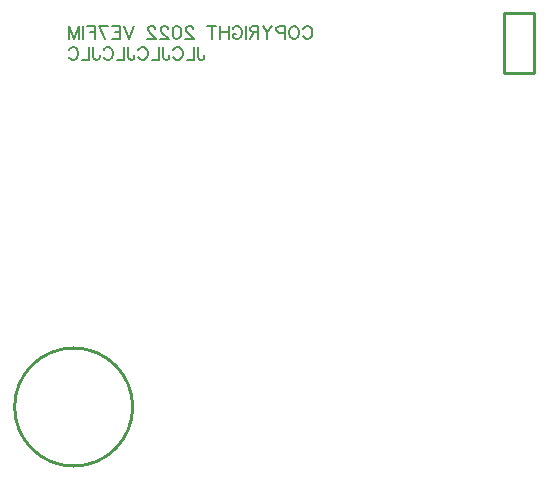
<source format=gbo>
G04 Layer: BottomSilkscreenLayer*
G04 EasyEDA v6.5.22, 2022-11-24 12:25:33*
G04 d5585ffcc7884e9682782ddcc4f09953,5a6b42c53f6a479593ecc07194224c93,10*
G04 Gerber Generator version 0.2*
G04 Scale: 100 percent, Rotated: No, Reflected: No *
G04 Dimensions in millimeters *
G04 leading zeros omitted , absolute positions ,4 integer and 5 decimal *
%FSLAX45Y45*%
%MOMM*%

%ADD10C,0.1524*%
%ADD11C,0.1520*%
%ADD12C,0.2540*%

%LPD*%
D10*
X2741422Y5575807D02*
G01*
X2746756Y5586221D01*
X2757170Y5596636D01*
X2767329Y5601715D01*
X2788158Y5601715D01*
X2798572Y5596636D01*
X2808986Y5586221D01*
X2814320Y5575807D01*
X2819400Y5560060D01*
X2819400Y5534152D01*
X2814320Y5518657D01*
X2808986Y5508244D01*
X2798572Y5497829D01*
X2788158Y5492750D01*
X2767329Y5492750D01*
X2757170Y5497829D01*
X2746756Y5508244D01*
X2741422Y5518657D01*
X2675890Y5601715D02*
G01*
X2686304Y5596636D01*
X2696718Y5586221D01*
X2702052Y5575807D01*
X2707131Y5560060D01*
X2707131Y5534152D01*
X2702052Y5518657D01*
X2696718Y5508244D01*
X2686304Y5497829D01*
X2675890Y5492750D01*
X2655315Y5492750D01*
X2644902Y5497829D01*
X2634488Y5508244D01*
X2629154Y5518657D01*
X2624074Y5534152D01*
X2624074Y5560060D01*
X2629154Y5575807D01*
X2634488Y5586221D01*
X2644902Y5596636D01*
X2655315Y5601715D01*
X2675890Y5601715D01*
X2589784Y5601715D02*
G01*
X2589784Y5492750D01*
X2589784Y5601715D02*
G01*
X2543047Y5601715D01*
X2527300Y5596636D01*
X2522220Y5591302D01*
X2517140Y5580887D01*
X2517140Y5565394D01*
X2522220Y5554979D01*
X2527300Y5549900D01*
X2543047Y5544565D01*
X2589784Y5544565D01*
X2482850Y5601715D02*
G01*
X2441193Y5549900D01*
X2441193Y5492750D01*
X2399538Y5601715D02*
G01*
X2441193Y5549900D01*
X2365247Y5601715D02*
G01*
X2365247Y5492750D01*
X2365247Y5601715D02*
G01*
X2318511Y5601715D01*
X2303018Y5596636D01*
X2297684Y5591302D01*
X2292604Y5580887D01*
X2292604Y5570473D01*
X2297684Y5560060D01*
X2303018Y5554979D01*
X2318511Y5549900D01*
X2365247Y5549900D01*
X2328925Y5549900D02*
G01*
X2292604Y5492750D01*
X2258313Y5601715D02*
G01*
X2258313Y5492750D01*
X2146045Y5575807D02*
G01*
X2151379Y5586221D01*
X2161540Y5596636D01*
X2171954Y5601715D01*
X2192781Y5601715D01*
X2203195Y5596636D01*
X2213609Y5586221D01*
X2218690Y5575807D01*
X2224024Y5560060D01*
X2224024Y5534152D01*
X2218690Y5518657D01*
X2213609Y5508244D01*
X2203195Y5497829D01*
X2192781Y5492750D01*
X2171954Y5492750D01*
X2161540Y5497829D01*
X2151379Y5508244D01*
X2146045Y5518657D01*
X2146045Y5534152D01*
X2171954Y5534152D02*
G01*
X2146045Y5534152D01*
X2111756Y5601715D02*
G01*
X2111756Y5492750D01*
X2039111Y5601715D02*
G01*
X2039111Y5492750D01*
X2111756Y5549900D02*
G01*
X2039111Y5549900D01*
X1968500Y5601715D02*
G01*
X1968500Y5492750D01*
X2004822Y5601715D02*
G01*
X1931924Y5601715D01*
X1812544Y5575807D02*
G01*
X1812544Y5580887D01*
X1807210Y5591302D01*
X1802129Y5596636D01*
X1791715Y5601715D01*
X1770887Y5601715D01*
X1760473Y5596636D01*
X1755394Y5591302D01*
X1750060Y5580887D01*
X1750060Y5570473D01*
X1755394Y5560060D01*
X1765807Y5544565D01*
X1817623Y5492750D01*
X1744979Y5492750D01*
X1679447Y5601715D02*
G01*
X1695195Y5596636D01*
X1705610Y5580887D01*
X1710689Y5554979D01*
X1710689Y5539486D01*
X1705610Y5513323D01*
X1695195Y5497829D01*
X1679447Y5492750D01*
X1669034Y5492750D01*
X1653539Y5497829D01*
X1643126Y5513323D01*
X1638045Y5539486D01*
X1638045Y5554979D01*
X1643126Y5580887D01*
X1653539Y5596636D01*
X1669034Y5601715D01*
X1679447Y5601715D01*
X1598421Y5575807D02*
G01*
X1598421Y5580887D01*
X1593342Y5591302D01*
X1588007Y5596636D01*
X1577594Y5601715D01*
X1557020Y5601715D01*
X1546605Y5596636D01*
X1541271Y5591302D01*
X1536192Y5580887D01*
X1536192Y5570473D01*
X1541271Y5560060D01*
X1551686Y5544565D01*
X1603755Y5492750D01*
X1530857Y5492750D01*
X1491487Y5575807D02*
G01*
X1491487Y5580887D01*
X1486154Y5591302D01*
X1481073Y5596636D01*
X1470660Y5601715D01*
X1449831Y5601715D01*
X1439418Y5596636D01*
X1434337Y5591302D01*
X1429004Y5580887D01*
X1429004Y5570473D01*
X1434337Y5560060D01*
X1444752Y5544565D01*
X1496568Y5492750D01*
X1423923Y5492750D01*
X1309623Y5601715D02*
G01*
X1267968Y5492750D01*
X1226565Y5601715D02*
G01*
X1267968Y5492750D01*
X1192276Y5601715D02*
G01*
X1192276Y5492750D01*
X1192276Y5601715D02*
G01*
X1124712Y5601715D01*
X1192276Y5549900D02*
G01*
X1150620Y5549900D01*
X1192276Y5492750D02*
G01*
X1124712Y5492750D01*
X1017523Y5601715D02*
G01*
X1069594Y5492750D01*
X1090421Y5601715D02*
G01*
X1017523Y5601715D01*
X983234Y5601715D02*
G01*
X983234Y5492750D01*
X983234Y5601715D02*
G01*
X915670Y5601715D01*
X983234Y5549900D02*
G01*
X941831Y5549900D01*
X881379Y5601715D02*
G01*
X881379Y5492750D01*
X847089Y5601715D02*
G01*
X847089Y5492750D01*
X847089Y5601715D02*
G01*
X805687Y5492750D01*
X764031Y5601715D02*
G01*
X805687Y5492750D01*
X764031Y5601715D02*
G01*
X764031Y5492750D01*
D11*
X1853044Y5423938D02*
G01*
X1853044Y5340812D01*
X1858241Y5325224D01*
X1863435Y5320029D01*
X1873826Y5314835D01*
X1884217Y5314835D01*
X1894608Y5320029D01*
X1899805Y5325224D01*
X1905000Y5340812D01*
X1905000Y5351203D01*
X1818754Y5423938D02*
G01*
X1818754Y5314835D01*
X1818754Y5314835D02*
G01*
X1756410Y5314835D01*
X1644187Y5397962D02*
G01*
X1649384Y5408353D01*
X1659775Y5418744D01*
X1670164Y5423938D01*
X1690946Y5423938D01*
X1701337Y5418744D01*
X1711728Y5408353D01*
X1716925Y5397962D01*
X1722120Y5382374D01*
X1722120Y5356397D01*
X1716925Y5340812D01*
X1711728Y5330421D01*
X1701337Y5320029D01*
X1690946Y5314835D01*
X1670164Y5314835D01*
X1659775Y5320029D01*
X1649384Y5330421D01*
X1644187Y5340812D01*
X1557944Y5423938D02*
G01*
X1557944Y5340812D01*
X1563138Y5325224D01*
X1568335Y5320029D01*
X1578724Y5314835D01*
X1589115Y5314835D01*
X1599506Y5320029D01*
X1604703Y5325224D01*
X1609897Y5340812D01*
X1609897Y5351203D01*
X1523654Y5423938D02*
G01*
X1523654Y5314835D01*
X1523654Y5314835D02*
G01*
X1461307Y5314835D01*
X1349085Y5397962D02*
G01*
X1354282Y5408353D01*
X1364673Y5418744D01*
X1375064Y5423938D01*
X1395844Y5423938D01*
X1406235Y5418744D01*
X1416626Y5408353D01*
X1421823Y5397962D01*
X1427017Y5382374D01*
X1427017Y5356397D01*
X1421823Y5340812D01*
X1416626Y5330421D01*
X1406235Y5320029D01*
X1395844Y5314835D01*
X1375064Y5314835D01*
X1364673Y5320029D01*
X1354282Y5330421D01*
X1349085Y5340812D01*
X1262842Y5423938D02*
G01*
X1262842Y5340812D01*
X1268036Y5325224D01*
X1273233Y5320029D01*
X1283624Y5314835D01*
X1294015Y5314835D01*
X1304404Y5320029D01*
X1309601Y5325224D01*
X1314795Y5340812D01*
X1314795Y5351203D01*
X1228552Y5423938D02*
G01*
X1228552Y5314835D01*
X1228552Y5314835D02*
G01*
X1166205Y5314835D01*
X1053985Y5397962D02*
G01*
X1059179Y5408353D01*
X1069571Y5418744D01*
X1079962Y5423938D01*
X1100744Y5423938D01*
X1111135Y5418744D01*
X1121524Y5408353D01*
X1126721Y5397962D01*
X1131915Y5382374D01*
X1131915Y5356397D01*
X1126721Y5340812D01*
X1121524Y5330421D01*
X1111135Y5320029D01*
X1100744Y5314835D01*
X1079962Y5314835D01*
X1069571Y5320029D01*
X1059179Y5330421D01*
X1053985Y5340812D01*
X967739Y5423938D02*
G01*
X967739Y5340812D01*
X972934Y5325224D01*
X978131Y5320029D01*
X988522Y5314835D01*
X998913Y5314835D01*
X1009304Y5320029D01*
X1014498Y5325224D01*
X1019695Y5340812D01*
X1019695Y5351203D01*
X933450Y5423938D02*
G01*
X933450Y5314835D01*
X933450Y5314835D02*
G01*
X871105Y5314835D01*
X758883Y5397962D02*
G01*
X764077Y5408353D01*
X774468Y5418744D01*
X784860Y5423938D01*
X805642Y5423938D01*
X816033Y5418744D01*
X826424Y5408353D01*
X831618Y5397962D01*
X836815Y5382374D01*
X836815Y5356397D01*
X831618Y5340812D01*
X826424Y5330421D01*
X816033Y5320029D01*
X805642Y5314835D01*
X784860Y5314835D01*
X774468Y5320029D01*
X764077Y5330421D01*
X758883Y5340812D01*
D12*
G75*
G01
X1300099Y2374900D02*
G03X1300099Y2374900I-499999J0D01*
X4445000Y5715000D02*
G01*
X4699000Y5715000D01*
X4699000Y5207000D01*
X4445000Y5207000D01*
X4445000Y5715000D01*
M02*

</source>
